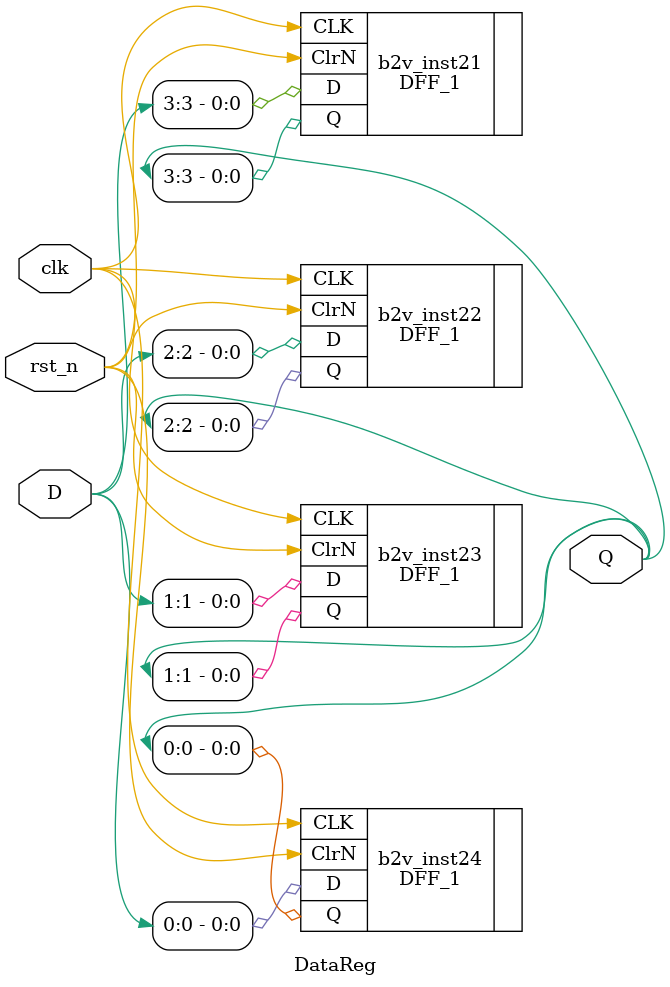
<source format=v>


module DataReg(
	clk,
	rst_n,
	D,
	Q
);


input wire	clk;
input wire	rst_n;
input wire	[3:0] D;
output wire	[3:0] Q;






DFF_1	b2v_inst21(
	.CLK(clk),
	.D(D[3]),
	
	.ClrN(rst_n),
	
	.Q(Q[3]));


DFF_1	b2v_inst22(
	.CLK(clk),
	.D(D[2]),
	
	.ClrN(rst_n),
	
	.Q(Q[2]));


DFF_1	b2v_inst23(
	.CLK(clk),
	.D(D[1]),
	
	.ClrN(rst_n),
	
	.Q(Q[1]));


DFF_1	b2v_inst24(
	.CLK(clk),
	.D(D[0]),
	
	.ClrN(rst_n),
	
	.Q(Q[0]));


endmodule

</source>
